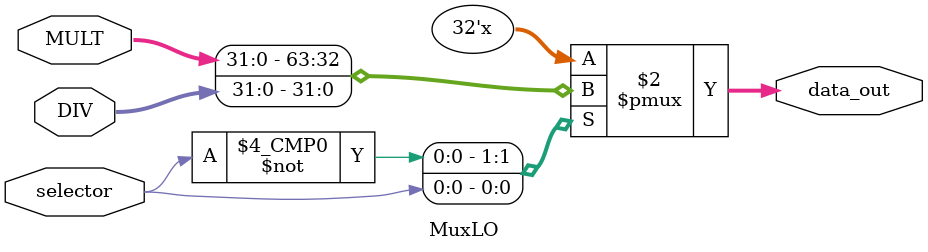
<source format=v>
module MuxLO(
    input wire selector,
    input wire [31:0] MULT,
    input wire [31:0] DIV,
    output reg [31:0] data_out
);

always @(*) begin
	case(selector)
		1'd0: data_out = MULT;
		1'd1: data_out = DIV;
	endcase
end

endmodule
</source>
